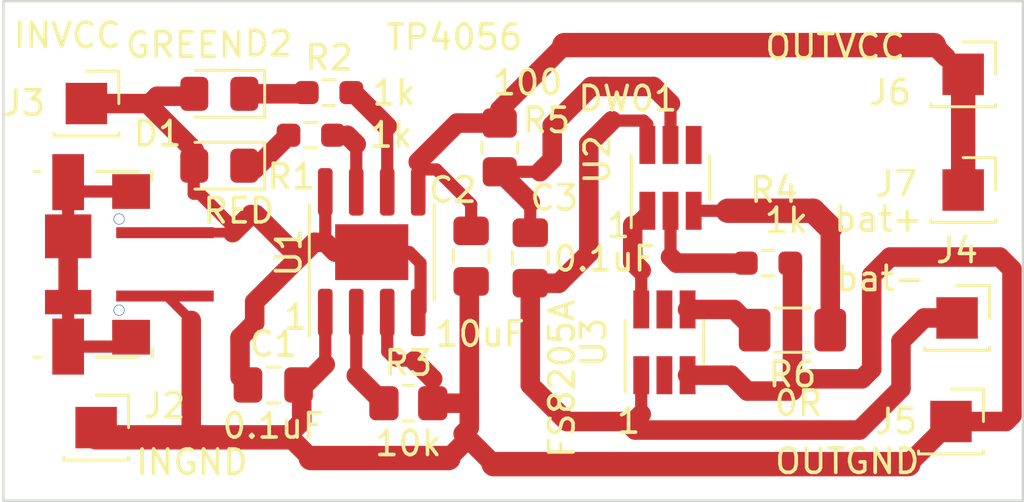
<source format=kicad_pcb>
(kicad_pcb (version 20211014) (generator pcbnew)
  (layers (0 "F.Cu" signal) (31 "B.Cu" signal) (34 "B.Paste" user) (35 "F.Paste" user) (36 "B.SilkS" user "B.Silkscreen") (37 "F.SilkS" user "F.Silkscreen") (38 "B.Mask" user) (39 "F.Mask" user) (44 "Edge.Cuts" user))
  (net 0 "")
  (net 1 "BAT+")
  (net 2 "Net-(R1-Pad2)")
  (net 3 "Net-(D1-Pad1)")
  (net 4 "GND")
  (net 5 "VIN")
  (net 6 "Net-(D2-Pad1)")
  (net 7 "Net-(C3-Pad1)")
  (net 8 "Net-(R2-Pad2)")
  (net 9 "Net-(R4-Pad2)")
  (net 10 "Net-(R3-Pad1)")
  (net 11 "BAT-")
  (net 13 "/OC")
  (net 16 "/G2")
  (net 17 "/G1")
  (net 18 "unconnected-(J1-Pad6)")
  (footprint "Connector_PinSocket_2.54mm:PinSocket_1x01_P2.54mm_Vertical" (layer "F.Cu") (at 182.25 89.25)
    (fp_text reference "J5" (at -2.25 0) (layer "F.SilkS"))
    (fp_text value "Conn_01x01_Female" hide)
    (fp_line (start -1.33 1.21) (end -1.33 1.33) (layer "F.SilkS") (width 0.12))
    (fp_line (start 1.33 -1.33) (end 1.33 0) (layer "F.SilkS") (width 0.12))
    (fp_line (start -1.33 1.33) (end 1.33 1.33) (layer "F.SilkS") (width 0.12))
    (fp_line (start 0 -1.33) (end 1.33 -1.33) (layer "F.SilkS") (width 0.12))
    (fp_line (start 1.33 1.21) (end 1.33 1.33) (layer "F.SilkS") (width 0.12))
    (pad "1" smd rect (at 0 0) (size 1.7 1.7) (layers "F.Cu" "F.Paste" "F.Mask") (net 4 "GND"))
  )
  (footprint "Resistor_SMD:R_0603_1608Metric_Pad0.98x0.95mm_HandSolder" (layer "F.Cu") (at 174.75 82.75 180)
    (fp_text reference "R4" (at -0.25 3) (layer "F.SilkS"))
    (fp_text value "1k" (at -0.75 1.75) (layer "F.SilkS"))
    (fp_line (start -0.254724 -0.5225) (end 0.254724 -0.5225) (layer "F.SilkS") (width 0.12))
    (fp_line (start -0.254724 0.5225) (end 0.254724 0.5225) (layer "F.SilkS") (width 0.12))
    (pad "1" smd roundrect (at -0.9125 0 180) (size 0.975 0.95) (layers "F.Cu" "F.Paste" "F.Mask") (net 4 "GND"))
    (pad "2" smd roundrect (at 0.9125 0 180) (size 0.975 0.95) (layers "F.Cu" "F.Paste" "F.Mask") (net 9 "Net-(R4-Pad2)"))
  )
  (footprint "Connector_PinSocket_2.54mm:PinSocket_1x01_P2.54mm_Vertical" (layer "F.Cu") (at 146.8 76.2)
    (fp_text reference "J3" (at -2.56 -0.02) (layer "F.SilkS"))
    (fp_text value "Conn_01x01_Female" hide)
    (fp_line (start -1.33 1.21) (end -1.33 1.33) (layer "F.SilkS") (width 0.12))
    (fp_line (start 1.33 1.21) (end 1.33 1.33) (layer "F.SilkS") (width 0.12))
    (fp_line (start 0 -1.33) (end 1.33 -1.33) (layer "F.SilkS") (width 0.12))
    (fp_line (start 1.33 -1.33) (end 1.33 0) (layer "F.SilkS") (width 0.12))
    (fp_line (start -1.33 1.33) (end 1.33 1.33) (layer "F.SilkS") (width 0.12))
    (pad "1" smd rect (at 0 0) (size 1.7 1.7) (layers "F.Cu" "F.Paste" "F.Mask") (net 5 "VIN"))
  )
  (footprint "Resistor_SMD:R_0805_2012Metric_Pad1.20x1.40mm_HandSolder" (layer "F.Cu") (at 163.75 78 -90)
    (fp_text reference "R5" (at -1.11 -1.91 180) (layer "F.SilkS"))
    (fp_text value "100" (at -2.66 -1.14 180) (layer "F.SilkS"))
    (fp_line (start -0.227064 -0.735) (end 0.227064 -0.735) (layer "F.SilkS") (width 0.12))
    (fp_line (start -0.227064 0.735) (end 0.227064 0.735) (layer "F.SilkS") (width 0.12))
    (pad "1" smd roundrect (at -1 0 270) (size 1.2 1.4) (layers "F.Cu" "F.Paste" "F.Mask") (roundrect_rratio 0.2083333333) (net 1 "BAT+"))
    (pad "2" smd roundrect (at 1 0 270) (size 1.2 1.4) (layers "F.Cu" "F.Paste" "F.Mask") (roundrect_rratio 0.2083333333) (net 7 "Net-(C3-Pad1)"))
  )
  (footprint "Package_SO:SOIC-8-1EP_3.9x4.9mm_P1.27mm_EP2.29x3mm" (layer "F.Cu") (at 158.5 82.3 90)
    (fp_text reference "U1" (at 0 -3.4 90) (layer "F.SilkS"))
    (fp_text value "TP4056" (at 8.82 3.38 180) (layer "F.SilkS"))
    (fp_line (start 0 2.56) (end -1.95 2.56) (layer "F.SilkS") (width 0.12))
    (fp_line (start 0 2.56) (end 1.95 2.56) (layer "F.SilkS") (width 0.12))
    (fp_line (start 0 -2.56) (end 1.95 -2.56) (layer "F.SilkS") (width 0.12))
    (fp_line (start 0 -2.56) (end -3.45 -2.56) (layer "F.SilkS") (width 0.12))
    (pad "1" smd roundrect (at -2.475 -1.905 90) (size 1.95 0.6) (layers "F.Cu" "F.Paste" "F.Mask") (net 4 "GND"))
    (pad "2" smd roundrect (at -2.475 -0.635 90) (size 1.95 0.6) (layers "F.Cu" "F.Paste" "F.Mask") (net 10 "Net-(R3-Pad1)"))
    (pad "3" smd roundrect (at -2.475 0.635 90) (size 1.95 0.6) (layers "F.Cu" "F.Paste" "F.Mask") (net 4 "GND"))
    (pad "4" smd roundrect (at -2.475 1.905 90) (size 1.95 0.6) (layers "F.Cu" "F.Paste" "F.Mask") (net 5 "VIN"))
    (pad "5" smd roundrect (at 2.475 1.905 90) (size 1.95 0.6) (layers "F.Cu" "F.Paste" "F.Mask") (net 1 "BAT+"))
    (pad "6" smd roundrect (at 2.475 0.635 90) (size 1.95 0.6) (layers "F.Cu" "F.Paste" "F.Mask") (net 8 "Net-(R2-Pad2)"))
    (pad "7" smd roundrect (at 2.475 -0.635 90) (size 1.95 0.6) (layers "F.Cu" "F.Paste" "F.Mask") (net 2 "Net-(R1-Pad2)"))
    (pad "8" smd roundrect (at 2.475 -1.905 90) (size 1.95 0.6) (layers "F.Cu" "F.Paste" "F.Mask") (net 5 "VIN"))
    (pad "9" smd rect (at 0 0 90) (size 2.29 3) (layers "F.Cu" "F.Mask") (net 5 "VIN"))
  )
  (footprint "Resistor_SMD:R_0603_1608Metric_Pad0.98x0.95mm_HandSolder" (layer "F.Cu") (at 156.75 75.75)
    (fp_text reference "R2" (at 0 -1.43) (layer "F.SilkS"))
    (fp_text value "1k" (at 2.66 0.01) (layer "F.SilkS"))
    (fp_line (start -0.254724 -0.5225) (end 0.254724 -0.5225) (layer "F.SilkS") (width 0.12))
    (fp_line (start -0.254724 0.5225) (end 0.254724 0.5225) (layer "F.SilkS") (width 0.12))
    (pad "1" smd roundrect (at -0.9125 0) (size 0.975 0.95) (layers "F.Cu" "F.Paste" "F.Mask") (net 6 "Net-(D2-Pad1)"))
    (pad "2" smd roundrect (at 0.9125 0) (size 0.975 0.95) (layers "F.Cu" "F.Paste" "F.Mask") (net 8 "Net-(R2-Pad2)"))
  )
  (footprint "Connector_PinSocket_2.54mm:PinSocket_1x01_P2.54mm_Vertical" (layer "F.Cu") (at 182.5 85)
    (fp_text reference "J4" (at 0 -2.77) (layer "F.SilkS"))
    (fp_text value "Conn_01x01_Female" hide)
    (fp_line (start 1.33 1.21) (end 1.33 1.33) (layer "F.SilkS") (width 0.12))
    (fp_line (start -1.33 1.21) (end -1.33 1.33) (layer "F.SilkS") (width 0.12))
    (fp_line (start -1.33 1.33) (end 1.33 1.33) (layer "F.SilkS") (width 0.12))
    (fp_line (start 0 -1.33) (end 1.33 -1.33) (layer "F.SilkS") (width 0.12))
    (fp_line (start 1.33 -1.33) (end 1.33 0) (layer "F.SilkS") (width 0.12))
    (pad "1" smd rect (at 0 0) (size 1.7 1.7) (layers "F.Cu" "F.Paste" "F.Mask") (net 11 "BAT-"))
  )
  (footprint "Capacitor_SMD:C_0805_2012Metric_Pad1.18x1.45mm_HandSolder" (layer "F.Cu") (at 162.575 82.4625 -90)
    (fp_text reference "C2" (at -2.7125 0.755 180) (layer "F.SilkS"))
    (fp_text value "10uF" (at 3.1975 -0.365 180) (layer "F.SilkS"))
    (fp_line (start -0.261252 -0.735) (end 0.261252 -0.735) (layer "F.SilkS") (width 0.12))
    (fp_line (start -0.261252 0.735) (end 0.261252 0.735) (layer "F.SilkS") (width 0.12))
    (pad "1" smd roundrect (at -1.0375 0 270) (size 1.175 1.45) (layers "F.Cu" "F.Paste" "F.Mask") (roundrect_rratio 0.2127659574) (net 1 "BAT+"))
    (pad "2" smd roundrect (at 1.0375 0 270) (size 1.175 1.45) (layers "F.Cu" "F.Paste" "F.Mask") (roundrect_rratio 0.2127659574) (net 4 "GND"))
  )
  (footprint "LED_SMD:LED_0805_2012Metric_Pad1.15x1.40mm_HandSolder" (layer "F.Cu") (at 152.25 75.8 180)
    (fp_text reference "D2" (at -2.02 2.06) (layer "F.SilkS"))
    (fp_text value "GREEN" (at 1.4 2) (layer "F.SilkS"))
    (fp_line (start 1 -0.96) (end -1.86 -0.96) (layer "F.SilkS") (width 0.12))
    (fp_line (start -1.86 0.96) (end 1 0.96) (layer "F.SilkS") (width 0.12))
    (fp_line (start -1.86 -0.96) (end -1.86 0.96) (layer "F.SilkS") (width 0.12))
    (pad "1" smd roundrect (at -1.025 0 180) (size 1.15 1.4) (layers "F.Cu" "F.Paste" "F.Mask") (roundrect_rratio 0.2173913043) (net 6 "Net-(D2-Pad1)"))
    (pad "2" smd roundrect (at 1.025 0 180) (size 1.15 1.4) (layers "F.Cu" "F.Paste" "F.Mask") (roundrect_rratio 0.2173913043) (net 5 "VIN"))
  )
  (footprint "Capacitor_SMD:C_0805_2012Metric_Pad1.18x1.45mm_HandSolder" (layer "F.Cu") (at 154.4625 87.75)
    (fp_text reference "C1" (at 0 -1.68) (layer "F.SilkS"))
    (fp_text value "0.1uF" (at 0 1.68) (layer "F.SilkS"))
    (fp_line (start -0.261252 0.735) (end 0.261252 0.735) (layer "F.SilkS") (width 0.12))
    (fp_line (start -0.261252 -0.735) (end 0.261252 -0.735) (layer "F.SilkS") (width 0.12))
    (pad "1" smd roundrect (at -1.0375 0) (size 1.175 1.45) (layers "F.Cu" "F.Paste" "F.Mask") (roundrect_rratio 0.2127659574) (net 5 "VIN"))
    (pad "2" smd roundrect (at 1.0375 0) (size 1.175 1.45) (layers "F.Cu" "F.Paste" "F.Mask") (roundrect_rratio 0.2127659574) (net 4 "GND"))
  )
  (footprint "Resistor_SMD:R_0603_1608Metric_Pad0.98x0.95mm_HandSolder" (layer "F.Cu") (at 156 77.5)
    (fp_text reference "R1" (at -0.8 1.7) (layer "F.SilkS"))
    (fp_text value "1k" (at 3.29 -0.01) (layer "F.SilkS"))
    (fp_line (start -0.254724 -0.5225) (end 0.254724 -0.5225) (layer "F.SilkS") (width 0.12))
    (fp_line (start -0.254724 0.5225) (end 0.254724 0.5225) (layer "F.SilkS") (width 0.12))
    (pad "1" smd roundrect (at -0.9125 0) (size 0.975 0.95) (layers "F.Cu" "F.Paste" "F.Mask") (net 3 "Net-(D1-Pad1)"))
    (pad "2" smd roundrect (at 0.9125 0) (size 0.975 0.95) (layers "F.Cu" "F.Paste" "F.Mask") (net 2 "Net-(R1-Pad2)"))
  )
  (footprint "Connector_PinSocket_2.54mm:PinSocket_1x01_P2.54mm_Vertical" (layer "F.Cu") (at 182.75 79.75)
    (fp_text reference "J7" (at -2.75 -0.25) (layer "F.SilkS"))
    (fp_text value "Conn_01x01_Female" hide)
    (fp_line (start 0 -1.33) (end 1.33 -1.33) (layer "F.SilkS") (width 0.12))
    (fp_line (start -1.33 1.21) (end -1.33 1.33) (layer "F.SilkS") (width 0.12))
    (fp_line (start 1.33 1.21) (end 1.33 1.33) (layer "F.SilkS") (width 0.12))
    (fp_line (start 1.33 -1.33) (end 1.33 0) (layer "F.SilkS") (width 0.12))
    (fp_line (start -1.33 1.33) (end 1.33 1.33) (layer "F.SilkS") (width 0.12))
    (pad "1" smd rect (at 0 0) (size 1.7 1.7) (layers "F.Cu" "F.Paste" "F.Mask") (net 1 "BAT+"))
  )
  (footprint "Package_TO_SOT_SMD:SOT-23-6_Handsoldering" (layer "F.Cu") (at 170.5 86 90)
    (fp_text reference "U3" (at 0 -2.9 90) (layer "F.SilkS"))
    (fp_text value "FS8205A" (at -1.5 -4.2 90) (layer "F.SilkS"))
    (fp_line (start -0.9 1.61) (end 0.9 1.61) (layer "F.SilkS") (width 0.12))
    (fp_line (start 0.9 -1.61) (end -2.05 -1.61) (layer "F.SilkS") (width 0.12))
    (pad "1" smd rect (at -1.35 -0.95 90) (size 1.56 0.65) (layers "F.Cu" "F.Paste" "F.Mask") (net 11 "BAT-"))
    (pad "2" smd rect (at -1.35 0 90) (size 1.56 0.65) (layers "F.Cu" "F.Paste" "F.Mask"))
    (pad "3" smd rect (at -1.35 0.95 90) (size 1.56 0.65) (layers "F.Cu" "F.Paste" "F.Mask") (net 4 "GND"))
    (pad "4" smd rect (at 1.35 0.95 90) (size 1.56 0.65) (layers "F.Cu" "F.Paste" "F.Mask") (net 16 "/G2"))
    (pad "5" smd rect (at 1.35 0 90) (size 1.56 0.65) (layers "F.Cu" "F.Paste" "F.Mask"))
    (pad "6" smd rect (at 1.35 -0.95 90) (size 1.56 0.65) (layers "F.Cu" "F.Paste" "F.Mask") (net 17 "/G1"))
  )
  (footprint "Resistor_SMD:R_1206_3216Metric_Pad1.30x1.75mm_HandSolder" (layer "F.Cu") (at 175.75 85.5 180)
    (fp_text reference "R6" (at 0 -1.82) (layer "F.SilkS"))
    (fp_text value "0R" (at -0.25 -3) (layer "F.SilkS"))
    (fp_line (start -0.727064 0.91) (end 0.727064 0.91) (layer "F.SilkS") (width 0.12))
    (fp_line (start -0.727064 -0.91) (end 0.727064 -0.91) (layer "F.SilkS") (width 0.12))
    (pad "1" smd roundrect (at -1.55 0 180) (size 1.3 1.75) (layers "F.Cu" "F.Paste" "F.Mask") (roundrect_rratio 0.1923076923) (net 13 "/OC"))
    (pad "2" smd roundrect (at 1.55 0 180) (size 1.3 1.75) (layers "F.Cu" "F.Paste" "F.Mask") (roundrect_rratio 0.1923076923) (net 16 "/G2"))
  )
  (footprint "Capacitor_SMD:C_0805_2012Metric_Pad1.18x1.45mm_HandSolder" (layer "F.Cu") (at 165 82.5375 -90)
    (fp_text reference "C3" (at -2.4675 -0.98 180) (layer "F.SilkS"))
    (fp_text value "0.1uF" (at 0.0325 -3.03 180) (layer "F.SilkS"))
    (fp_line (start -0.261252 0.735) (end 0.261252 0.735) (layer "F.SilkS") (width 0.12))
    (fp_line (start -0.261252 -0.735) (end 0.261252 -0.735) (layer "F.SilkS") (width 0.12))
    (pad "1" smd roundrect (at -1.0375 0 270) (size 1.175 1.45) (layers "F.Cu" "F.Paste" "F.Mask") (roundrect_rratio 0.2127659574) (net 7 "Net-(C3-Pad1)"))
    (pad "2" smd roundrect (at 1.0375 0 270) (size 1.175 1.45) (layers "F.Cu" "F.Paste" "F.Mask") (roundrect_rratio 0.2127659574) (net 11 "BAT-"))
  )
  (footprint "usb_footprint:tp4056_USB_Micro-B_Molex_47346-0001_fix" (layer "F.Cu") (at 147.2525 82.8 -90)
    (fp_text reference "J1" hide)
    (fp_text value "USB_B_Micro" hide)
    (fp_line (start -3.81 2.6) (end -3.81 2.34) (layer "F.SilkS") (width 0.12))
    (fp_line (start 3.81 2.34) (end 3.81 2.6) (layer "F.SilkS") (width 0.12))
    (fp_line (start -3.81 0.06) (end -3.81 -1.71) (layer "F.SilkS") (width 0.12))
    (fp_line (start -3.81 -2.23) (end -3.43 -2.23) (layer "F.SilkS") (width 0.12))
    (fp_line (start 3.81 -2.26) (end 3.43 -2.26) (layer "F.SilkS") (width 0.12))
    (fp_line (start 3.81 -1.71) (end 3.81 0.06) (layer "F.SilkS") (width 0.12))
    (pad "" np_thru_hole circle (at 1.879992 -0.88759 270) (size 0.45 0.45) (drill 0.4) (layers F&B.Cu *.Mask) (clearance 0.02))
    (pad "" np_thru_hole circle (at -1.86 -0.88759 270) (size 0.45 0.45) (drill 0.4) (layers F&B.Cu *.Mask) (clearance 0.02))
    (pad "1" smd rect (at -1.3 -2.77 270) (size 0.45 4) (layers "F.Cu" "F.Paste" "F.Mask") (net 5 "VIN") (clearance 0.02))
    (pad "5" smd rect (at 1.3 -2.77 270) (size 0.45 4) (layers "F.Cu" "F.Paste" "F.Mask") (net 4 "GND") (clearance 0.02))
    (pad "6" smd rect (at -1.15 1.2 270) (size 1.8 1.9) (layers "F.Cu" "F.Paste" "F.Mask") (net 18 "unconnected-(J1-Pad6)"))
    (pad "6" smd rect (at -3.375 1.2 270) (size 2.3 1.3) (layers "F.Cu" "F.Paste" "F.Mask") (net 18 "unconnected-(J1-Pad6)"))
    (pad "6" smd rect (at 3.375 1.2 270) (size 2.3 1.3) (layers "F.Cu" "F.Paste" "F.Mask") (net 18 "unconnected-(J1-Pad6)"))
    (pad "6" smd rect (at -2.99 -1.38 270) (size 1.425 1.55) (layers "F.Cu" "F.Paste" "F.Mask") (net 18 "unconnected-(J1-Pad6)") (clearance 0.02))
    (pad "6" smd rect (at 1.55 1.2 270) (size 1 1.9) (layers "F.Cu" "F.Paste" "F.Mask") (net 18 "unconnected-(J1-Pad6)"))
    (pad "6" smd rect (at 2.99 -1.38 270) (size 1.425 1.55) (layers "F.Cu" "F.Paste" "F.Mask") (net 18 "unconnected-(J1-Pad6)") (clearance 0.02))
  )
  (footprint "Connector_PinSocket_2.54mm:PinSocket_1x01_P2.54mm_Vertical" (layer "F.Cu") (at 147.2 89.5)
    (fp_text reference "J2" (at 2.8 -0.9) (layer "F.SilkS"))
    (fp_text value "Conn_01x01_Female" hide)
    (fp_line (start 0 -1.33) (end 1.33 -1.33) (layer "F.SilkS") (width 0.12))
    (fp_line (start -1.33 1.21) (end -1.33 1.33) (layer "F.SilkS") (width 0.12))
    (fp_line (start -1.33 1.33) (end 1.33 1.33) (layer "F.SilkS") (width 0.12))
    (fp_line (start 1.33 1.21) (end 1.33 1.33) (layer "F.SilkS") (width 0.12))
    (fp_line (start 1.33 -1.33) (end 1.33 0) (layer "F.SilkS") (width 0.12))
    (pad "1" smd rect (at 0 0) (size 1.7 1.7) (layers "F.Cu" "F.Paste" "F.Mask") (net 4 "GND"))
  )
  (footprint "Connector_PinSocket_2.54mm:PinSocket_1x01_P2.54mm_Vertical" (layer "F.Cu") (at 182.75 75)
    (fp_text reference "J6" (at -3 0.75) (layer "F.SilkS"))
    (fp_text value "Conn_01x01_Female" hide)
    (fp_line (start 1.33 -1.33) (end 1.33 0) (layer "F.SilkS") (width 0.12))
    (fp_line (start 0 -1.33) (end 1.33 -1.33) (layer "F.SilkS") (width 0.12))
    (fp_line (start -1.33 1.21) (end -1.33 1.33) (layer "F.SilkS") (width 0.12))
    (fp_line (start -1.33 1.33) (end 1.33 1.33) (layer "F.SilkS") (width 0.12))
    (fp_line (start 1.33 1.21) (end 1.33 1.33) (layer "F.SilkS") (width 0.12))
    (pad "1" smd rect (at 0 0) (size 1.7 1.7) (layers "F.Cu" "F.Paste" "F.Mask") (net 1 "BAT+"))
  )
  (footprint "LED_SMD:LED_0805_2012Metric_Pad1.15x1.40mm_HandSolder" (layer "F.Cu") (at 152.25 78.75 180)
    (fp_text reference "D1" (at 2.53 1.31 180) (layer "F.SilkS"))
    (fp_text value "RED" (at -0.8 -1.85 180) (layer "F.SilkS"))
    (fp_line (start 1 -0.96) (end -1.86 -0.96) (layer "F.SilkS") (width 0.12))
    (fp_line (start -1.86 -0.96) (end -1.86 0.96) (layer "F.SilkS") (width 0.12))
    (fp_line (start -1.86 0.96) (end 1 0.96) (layer "F.SilkS") (width 0.12))
    (pad "1" smd roundrect (at -1.025 0 180) (size 1.15 1.4) (layers "F.Cu" "F.Paste" "F.Mask") (roundrect_rratio 0.2173913043) (net 3 "Net-(D1-Pad1)"))
    (pad "2" smd roundrect (at 1.025 0 180) (size 1.15 1.4) (layers "F.Cu" "F.Paste" "F.Mask") (roundrect_rratio 0.2173913043) (net 5 "VIN"))
  )
  (footprint "Resistor_SMD:R_0805_2012Metric_Pad1.20x1.40mm_HandSolder" (layer "F.Cu") (at 160 88.5)
    (fp_text reference "R3" (at 0 -1.65) (layer "F.SilkS"))
    (fp_text value "10k" (at 0 1.65) (layer "F.SilkS"))
    (fp_line (start -0.227064 0.735) (end 0.227064 0.735) (layer "F.SilkS") (width 0.12))
    (fp_line (start -0.227064 -0.735) (end 0.227064 -0.735) (layer "F.SilkS") (width 0.12))
    (pad "1" smd roundrect (at -1 0) (size 1.2 1.4) (layers "F.Cu" "F.Paste" "F.Mask") (roundrect_rratio 0.2083333333) (net 10 "Net-(R3-Pad1)"))
    (pad "2" smd roundrect (at 1 0) (size 1.2 1.4) (layers "F.Cu" "F.Paste" "F.Mask") (roundrect_rratio 0.2083333333) (net 4 "GND"))
  )
  (footprint "Package_TO_SOT_SMD:SOT-23-6_Handsoldering" (layer "F.Cu") (at 170.75 79.25 90)
    (fp_text reference "U2" (at 0.75 -3 90) (layer "F.SilkS"))
    (fp_text value "DW01" (at 3.25 -1.75 180) (layer "F.SilkS"))
    (fp_line (start -0.9 1.61) (end 0.9 1.61) (layer "F.SilkS") (width 0.12))
    (fp_line (start 0.9 -1.61) (end -2.05 -1.61) (layer "F.SilkS") (width 0.12))
    (pad "1" smd rect (at -1.35 -0.95 90) (size 1.56 0.65) (layers "F.Cu" "F.Paste" "F.Mask") (net 17 "/G1"))
    (pad "2" smd rect (at -1.35 0 90) (size 1.56 0.65) (layers "F.Cu" "F.Paste" "F.Mask") (net 9 "Net-(R4-Pad2)"))
    (pad "3" smd rect (at -1.35 0.95 90) (size 1.56 0.65) (layers "F.Cu" "F.Paste" "F.Mask") (net 13 "/OC"))
    (pad "4" smd rect (at 1.35 0.95 90) (size 1.56 0.65) (layers "F.Cu" "F.Paste" "F.Mask"))
    (pad "5" smd rect (at 1.35 0 90) (size 1.56 0.65) (layers "F.Cu" "F.Paste" "F.Mask") (net 7 "Net-(C3-Pad1)"))
    (pad "6" smd rect (at 1.35 -0.95 90) (size 1.56 0.65) (layers "F.Cu" "F.Paste" "F.Mask") (net 11 "BAT-"))
  )
  (gr_rect (start 143.4 72) (end 185.2 92.5) (layer "Edge.Cuts") (width 0.1) (fill none))
  (gr_text "INVCC" (at 146.02 73.4) (layer "F.SilkS") (effects (font (size 1 1))))
  (gr_text "1" (at 155.39 84.96) (layer "F.SilkS") (effects (font (size 1 1))))
  (gr_text "INGND" (at 151.13 90.92) (layer "F.SilkS") (effects (font (size 1 1))))
  (gr_text "bat-" (at 179.36 83.38) (layer "F.SilkS") (effects (font (size 1 1))))
  (gr_text "OUTGND" (at 178 90.88) (layer "F.SilkS") (effects (font (size 1 1))))
  (gr_text "bat+" (at 179.28 80.94) (layer "F.SilkS") (effects (font (size 1 1))))
  (gr_text "OUTVCC" (at 177.5 73.87) (layer "F.SilkS") (effects (font (size 1 1))))
  (gr_text "1" (at 169.03 89.23) (layer "F.SilkS") (effects (font (size 1 1))))
  (gr_text "1" (at 168.61 81.2) (layer "F.SilkS") (effects (font (size 1 1))))
  (segment (start 181.55 73.8) (end 182.05 74.3) (width 0.8) (layer "F.Cu") (net 1))
  (segment (start 162 77) (end 163.75 77) (width 0.8) (layer "F.Cu") (net 1))
  (segment (start 166.4 73.8) (end 181.55 73.8) (width 1) (layer "F.Cu") (net 1))
  (segment (start 160.405 78.595) (end 162 77) (width 0.8) (layer "F.Cu") (net 1))
  (segment (start 163.75 77) (end 163.75 76.45) (width 0.5) (layer "F.Cu") (net 1))
  (segment (start 161.155 78.905) (end 160.405 78.905) (width 0.5) (layer "F.Cu") (net 1))
  (segment (start 160.405 78.905) (end 160.405 78.595) (width 0.5) (layer "F.Cu") (net 1))
  (segment (start 162.575 80.325) (end 161.155 78.905) (width 0.5) (layer "F.Cu") (net 1))
  (segment (start 182.05 74.3) (end 182.75 75) (width 0.5) (layer "F.Cu") (net 1))
  (segment (start 160.405 78.905) (end 160.405 79.825) (width 0.5) (layer "F.Cu") (net 1))
  (segment (start 162.575 81.425) (end 162.575 80.325) (width 0.5) (layer "F.Cu") (net 1))
  (segment (start 182.75 79.75) (end 182.75 75) (width 1) (layer "F.Cu") (net 1))
  (segment (start 163.75 76.45) (end 166.4 73.8) (width 0.8) (layer "F.Cu") (net 1))
  (segment (start 156.9125 77.5) (end 157.5 77.5) (width 0.5) (layer "F.Cu") (net 2))
  (segment (start 157.5 77.5) (end 157.865 77.865) (width 0.8) (layer "F.Cu") (net 2))
  (segment (start 157.865 77.865) (end 157.865 79.825) (width 0.5) (layer "F.Cu") (net 2))
  (segment (start 153.275 78.75) (end 153.425 78.9) (width 0.5) (layer "F.Cu") (net 3))
  (segment (start 153.6875 78.9) (end 155.0875 77.5) (width 0.8) (layer "F.Cu") (net 3))
  (segment (start 153.425 78.9) (end 153.6875 78.9) (width 0.5) (layer "F.Cu") (net 3))
  (segment (start 162.5 88.25) (end 162.5 83.575) (width 0.8) (layer "F.Cu") (net 4))
  (segment (start 156.595 86.905) (end 155.5 88) (width 0.8) (layer "F.Cu") (net 4))
  (segment (start 150.0225 84.1) (end 150.1 84.1) (width 0.4) (layer "F.Cu") (net 4))
  (segment (start 173.9 88) (end 175.75 88) (width 0.8) (layer "F.Cu") (net 4))
  (segment (start 150.7 89.9) (end 151.5 89.9) (width 1) (layer "F.Cu") (net 4))
  (segment (start 156.595 84.775) (end 156.595 86.905) (width 0.5) (layer "F.Cu") (net 4))
  (segment (start 184.5 89.25) (end 182.25 89.25) (width 0.8) (layer "F.Cu") (net 4))
  (segment (start 151.1 85.1) (end 151.1 89.5) (width 0.8) (layer "F.Cu") (net 4))
  (segment (start 163.5 91) (end 180.5 91) (width 1) (layer "F.Cu") (net 4))
  (segment (start 162.5 89.5) (end 162.5 88.25) (width 0.8) (layer "F.Cu") (net 4))
  (segment (start 171.45 87.35) (end 173.25 87.35) (width 0.8) (layer "F.Cu") (net 4))
  (segment (start 161 88.5) (end 162.25 88.5) (width 0.8) (layer "F.Cu") (net 4))
  (segment (start 155.15 89.9) (end 155.5 90.25) (width 0.8) (layer "F.Cu") (net 4))
  (segment (start 180.5 91) (end 182.25 89.25) (width 0.8) (layer "F.Cu") (net 4))
  (segment (start 162.25 88.5) (end 162.5 88.25) (width 0.5) (layer "F.Cu") (net 4))
  (segment (start 161.65 90.75) (end 162.25 90.15) (width 0.8) (layer "F.Cu") (net 4))
  (segment (start 175.6625 82.75) (end 175.74952 82.83702) (width 0.4) (layer "F.Cu") (net 4))
  (segment (start 155.15 89.9) (end 155.15 89.74) (width 0.8) (layer "F.Cu") (net 4))
  (segment (start 160.25 86.75) (end 159.5 86.75) (width 0.5) (layer "F.Cu") (net 4))
  (segment (start 155.63 87.88) (end 155.5 87.75) (width 0.8) (layer "F.Cu") (net 4))
  (segment (start 155.5 90.25) (end 156 90.75) (width 0.8) (layer "F.Cu") (net 4))
  (segment (start 175.75 88) (end 175.75 87.5) (width 0.5) (layer "F.Cu") (net 4))
  (segment (start 151.5 89.9) (end 155.15 89.9) (width 1) (layer "F.Cu") (net 4))
  (segment (start 161 87.5) (end 160.25 86.75) (width 0.8) (layer "F.Cu") (net 4))
  (segment (start 147.2 89.9) (end 150.7 89.9) (width 1) (layer "F.Cu") (net 4))
  (segment (start 162.5 83.575) (end 162.575 83.5) (width 0.5) (layer "F.Cu") (net 4))
  (segment (start 150.1 84.1) (end 151.1 85.1) (width 0.4) (layer "F.Cu") (net 4))
  (segment (start 184.75 83) (end 184.75 89) (width 0.8) (layer "F.Cu") (net 4))
  (segment (start 178.6 87.5) (end 179 87.1) (width 0.8) (layer "F.Cu") (net 4))
  (segment (start 184.25 82.5) (end 184.75 83) (width 0.8) (layer "F.Cu") (net 4))
  (segment (start 162.25 90.15) (end 162.25 89.75) (width 0.5) (layer "F.Cu") (net 4))
  (segment (start 162.25 89.75) (end 163.5 91) (width 0.8) (layer "F.Cu") (net 4))
  (segment (start 184.75 89) (end 184.5 89.25) (width 0.8) (layer "F.Cu") (net 4))
  (segment (start 155.63 89.26) (end 155.63 87.88) (width 0.8) (layer "F.Cu") (net 4))
  (segment (start 161 88.5) (end 161 87.5) (width 0.5) (layer "F.Cu") (net 4))
  (segment (start 175.75 87.5) (end 175.75 82.8375) (width 0.8) (layer "F.Cu") (net 4))
  (segment (start 173.25 87.35) (end 173.9 88) (width 0.8) (layer "F.Cu") (net 4))
  (segment (start 159.5 86.75) (end 159.135 86.385) (width 0.5) (layer "F.Cu") (net 4))
  (segment (start 175.75 82.8375) (end 175.6625 82.75) (width 0.5) (layer "F.Cu") (net 4))
  (segment (start 179 87.1) (end 179 83.25) (width 0.8) (layer "F.Cu") (net 4))
  (segment (start 179.75 82.5) (end 184.25 82.5) (width 0.8) (layer "F.Cu") (net 4))
  (segment (start 179 83.25) (end 179.75 82.5) (width 0.8) (layer "F.Cu") (net 4))
  (segment (start 151.1 89.5) (end 150.7 89.9) (width 0.4) (layer "F.Cu") (net 4))
  (segment (start 155.15 89.74) (end 155.63 89.26) (width 0.8) (layer "F.Cu") (net 4))
  (segment (start 162.25 89.75) (end 162.5 89.5) (width 0.8) (layer "F.Cu") (net 4))
  (segment (start 156 90.75) (end 161.65 90.75) (width 1) (layer "F.Cu") (net 4))
  (segment (start 175.75 87.5) (end 178.6 87.5) (width 0.8) (layer "F.Cu") (net 4))
  (segment (start 159.135 86.385) (end 159.135 84.775) (width 0.5) (layer "F.Cu") (net 4))
  (segment (start 160.05 82.3) (end 160.5 82.75) (width 0.5) (layer "F.Cu") (net 5))
  (segment (start 149.4 76.3) (end 151.225 78.125) (width 0.8) (layer "F.Cu") (net 5))
  (segment (start 151.45 79.9) (end 152.69 81.14) (width 0.5) (layer "F.Cu") (net 5))
  (segment (start 152.8 81.5) (end 153.16 81.14) (width 0.8) (layer "F.Cu") (net 5))
  (segment (start 151.2 78.775) (end 151.2 79.9) (width 0.5) (layer "F.Cu") (net 5))
  (segment (start 152.69 81.14) (end 153.16 81.14) (width 0.5) (layer "F.Cu") (net 5))
  (segment (start 153.55 80.75) (end 153.75 80.75) (width 0.4) (layer "F.Cu") (net 5))
  (segment (start 157 82.3) (end 158.5 82.3) (width 0.5) (layer "F.Cu") (net 5))
  (segment (start 151.2 79.9) (end 151.45 79.9) (width 0.5) (layer "F.Cu") (net 5))
  (segment (start 153.16 81.14) (end 153.55 80.75) (width 0.8) (layer "F.Cu") (net 5))
  (segment (start 156.595 81.895) (end 157 82.3) (width 0.8) (layer "F.Cu") (net 5))
  (segment (start 153.75 80.75) (end 155.52 82.52) (width 0.8) (layer "F.Cu") (net 5))
  (segment (start 149.7 75.9) (end 151.125 75.9) (width 0.8) (layer "F.Cu") (net 5))
  (segment (start 153.1 85.8) (end 153.7 85.2) (width 0.8) (layer "F.Cu") (net 5))
  (segment (start 160.5 82.75) (end 160.5 84.68) (width 0.5) (layer "F.Cu") (net 5))
  (segment (start 158.5 82.3) (end 160.05 82.3) (width 0.5) (layer "F.Cu") (net 5))
  (segment (start 151.125 75.9) (end 151.225 75.8) (width 0.8) (layer "F.Cu") (net 5))
  (segment (start 149.4 76.2) (end 149.7 75.9) (width 0.8) (layer "F.Cu") (net 5))
  (segment (start 150.0225 81.5) (end 152.8 81.5) (width 0.4) (layer "F.Cu") (net 5))
  (segment (start 153.1 87.425) (end 153.1 85.8) (width 0.8) (layer "F.Cu") (net 5))
  (segment (start 149.4 76.2) (end 146.8 76.2) (width 0.8) (layer "F.Cu") (net 5))
  (segment (start 149.4 76.2) (end 149.4 76.3) (width 0.8) (layer "F.Cu") (net 5))
  (segment (start 151.225 78.75) (end 151.2 78.775) (width 0.5) (layer "F.Cu") (net 5))
  (segment (start 156.145 81.895) (end 156.595 81.895) (width 0.8) (layer "F.Cu") (net 5))
  (segment (start 151.225 78.125) (end 151.225 78.75) (width 0.8) (layer "F.Cu") (net 5))
  (segment (start 156.595 79.825) (end 156.595 81.895) (width 0.5) (layer "F.Cu") (net 5))
  (segment (start 155.52 82.52) (end 156.145 81.895) (width 0.8) (layer "F.Cu") (net 5))
  (segment (start 153.425 87.75) (end 153.1 87.425) (width 0.5) (layer "F.Cu") (net 5))
  (segment (start 153.7 84.34) (end 155.52 82.52) (width 0.8) (layer "F.Cu") (net 5))
  (segment (start 160.5 84.68) (end 160.405 84.775) (width 0.5) (layer "F.Cu") (net 5))
  (segment (start 153.7 85.2) (end 153.7 84.34) (width 0.8) (layer "F.Cu") (net 5))
  (segment (start 155.7875 75.8) (end 155.8375 75.75) (width 0.5) (layer "F.Cu") (net 6))
  (segment (start 153.275 75.8) (end 155.7875 75.8) (width 0.8) (layer "F.Cu") (net 6))
  (segment (start 165.9 77.6) (end 165.9 78.5) (width 0.8) (layer "F.Cu") (net 7))
  (segment (start 165 81.5) (end 165 80.25) (width 0.5) (layer "F.Cu") (net 7))
  (segment (start 165 80.25) (end 163.75 79) (width 0.8) (layer "F.Cu") (net 7))
  (segment (start 170.05048 75.5) (end 168 75.5) (width 0.8) (layer "F.Cu") (net 7))
  (segment (start 170.75 76.19952) (end 170.05048 75.5) (width 0.8) (layer "F.Cu") (net 7))
  (segment (start 165.9 78.5) (end 165.4 79) (width 0.8) (layer "F.Cu") (net 7))
  (segment (start 167.5 75.5) (end 165.9 77.1) (width 0.8) (layer "F.Cu") (net 7))
  (segment (start 170.75 77.9) (end 170.75 76.19952) (width 0.5) (layer "F.Cu") (net 7))
  (segment (start 165.4 79) (end 163.75 79) (width 0.5) (layer "F.Cu") (net 7))
  (segment (start 168 75.5) (end 167.5 75.5) (width 0.8) (layer "F.Cu") (net 7))
  (segment (start 165.9 77.1) (end 165.9 77.6) (width 0.8) (layer "F.Cu") (net 7))
  (segment (start 159.135 77.135) (end 159.135 79.825) (width 0.5) (layer "F.Cu") (net 8))
  (segment (start 157.7125 75.8) (end 157.8 75.8) (width 0.5) (layer "F.Cu") (net 8))
  (segment (start 157.6625 75.75) (end 157.7125 75.8) (width 0.5) (layer "F.Cu") (net 8))
  (segment (start 157.8 75.8) (end 159.135 77.135) (width 0.8) (layer "F.Cu") (net 8))
  (segment (start 170.75 82.5) (end 170.75 80.6) (width 0.5) (layer "F.Cu") (net 9))
  (segment (start 171 82.75) (end 170.75 82.5) (width 0.8) (layer "F.Cu") (net 9))
  (segment (start 173.8375 82.75) (end 171 82.75) (width 0.8) (layer "F.Cu") (net 9))
  (segment (start 157.865 87.365) (end 157.865 84.775) (width 0.5) (layer "F.Cu") (net 10))
  (segment (start 159 88.5) (end 157.865 87.365) (width 0.8) (layer "F.Cu") (net 10))
  (segment (start 181.15 85) (end 180.2 85.95) (width 0.8) (layer "F.Cu") (net 11))
  (segment (start 165 87.75) (end 166.5 89.25) (width 0.8) (layer "F.Cu") (net 11))
  (segment (start 168.95 89.25) (end 166.5 89.25) (width 0.8) (layer "F.Cu") (net 11))
  (segment (start 166.175 83.575) (end 165 83.575) (width 0.8) (layer "F.Cu") (net 11))
  (segment (start 169.65 76.9) (end 168.35 76.9) (width 0.5) (layer "F.Cu") (net 11))
  (segment (start 182.5 85) (end 181.15 85) (width 0.8) (layer "F.Cu") (net 11))
  (segment (start 165 83.575) (end 165 87.75) (width 0.8) (layer "F.Cu") (net 11))
  (segment (start 168.35 76.9) (end 167.4 77.85) (width 0.8) (layer "F.Cu") (net 11))
  (segment (start 167.4 82.35) (end 166.175 83.575) (width 0.8) (layer "F.Cu") (net 11))
  (segment (start 169.3 89.6) (end 168.95 89.25) (width 0.8) (layer "F.Cu") (net 11))
  (segment (start 169.8 77.05) (end 169.65 76.9) (width 0.5) (layer "F.Cu") (net 11))
  (segment (start 167.4 77.85) (end 167.4 82.35) (width 0.8) (layer "F.Cu") (net 11))
  (segment (start 169.55 87.35) (end 169.55 88.95) (width 0.5) (layer "F.Cu") (net 11))
  (segment (start 169.25 89.25) (end 168.95 89.25) (width 0.5) (layer "F.Cu") (net 11))
  (segment (start 180.2 87.9) (end 178.5 89.6) (width 0.8) (layer "F.Cu") (net 11))
  (segment (start 180.2 85.95) (end 180.2 87.9) (width 0.8) (layer "F.Cu") (net 11))
  (segment (start 178.5 89.6) (end 169.3 89.6) (width 0.8) (layer "F.Cu") (net 11))
  (segment (start 169.8 77.9) (end 169.8 77.05) (width 0.5) (layer "F.Cu") (net 11))
  (segment (start 169.55 88.95) (end 169.25 89.25) (width 0.8) (layer "F.Cu") (net 11))
  (segment (start 177.3 81.3) (end 176.6 80.6) (width 1) (layer "F.Cu") (net 13))
  (segment (start 176.6 80.6) (end 173.1 80.6) (width 1) (layer "F.Cu") (net 13))
  (segment (start 177.3 85.5) (end 177.3 81.3) (width 0.8) (layer "F.Cu") (net 13))
  (segment (start 171.7 80.6) (end 173.1 80.6) (width 0.5) (layer "F.Cu") (net 13))
  (segment (start 173.35 84.65) (end 174.2 85.5) (width 0.8) (layer "F.Cu") (net 16))
  (segment (start 171.45 84.65) (end 173.35 84.65) (width 0.8) (layer "F.Cu") (net 16))
  (segment (start 169.55 84.65) (end 169.55 83.05) (width 0.5) (layer "F.Cu") (net 17))
  (segment (start 169.2 81.2) (end 169.8 80.6) (width 0.5) (layer "F.Cu") (net 17))
  (segment (start 169.2 82.7) (end 169.2 81.2) (width 0.8) (layer "F.Cu") (net 17))
  (segment (start 169.55 83.05) (end 169.2 82.7) (width 0.8) (layer "F.Cu") (net 17))
  (segment (start 148.2475 86.175) (end 148.6325 85.79) (width 0.5) (layer "F.Cu") (net 18))
  (segment (start 146.0525 84.35) (end 146.0525 81.65) (width 0.8) (layer "F.Cu") (net 18))
  (segment (start 146.0525 86.175) (end 148.2475 86.175) (width 0.5) (layer "F.Cu") (net 18))
  (segment (start 146.0525 84.35) (end 146.0525 86.175) (width 0.5) (layer "F.Cu") (net 18))
  (segment (start 146.0525 81.65) (end 146.0525 79.425) (width 0.5) (layer "F.Cu") (net 18))
  (segment (start 146.4375 79.81) (end 146.0525 79.425) (width 0.5) (layer "F.Cu") (net 18))
  (segment (start 148.6325 79.81) (end 146.4375 79.81) (width 0.5) (layer "F.Cu") (net 18))
)
</source>
